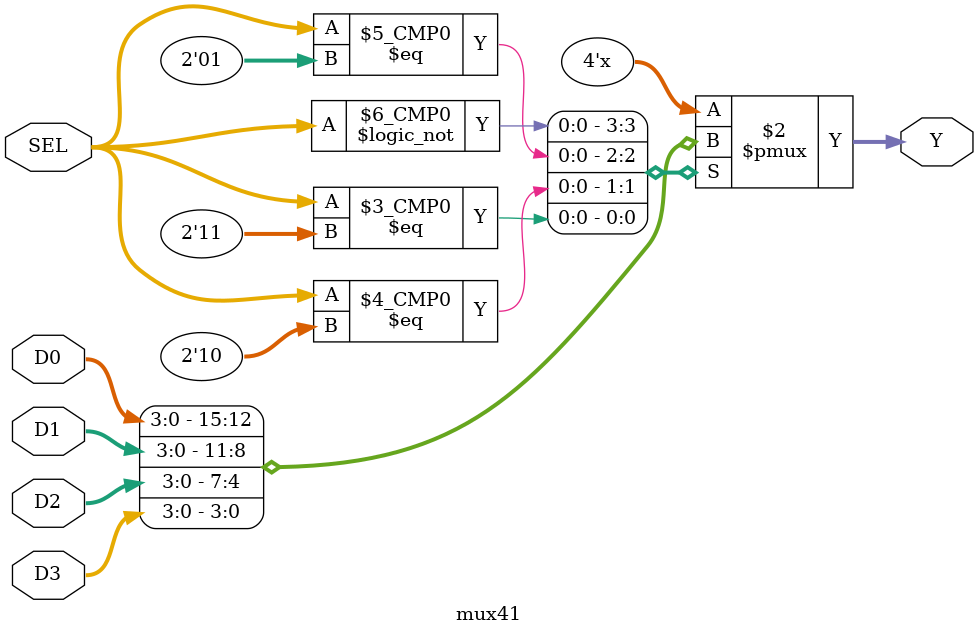
<source format=v>
`timescale 1ns / 1ps


module mux41(SEL, D0, D1, D2, D3, Y);
    parameter n = 4;
    input [1: 0] SEL;
    input [n - 1: 0] D0, D1, D2, D3;
    output reg [n - 1: 0] Y;
    
    always @(*) begin
        case(SEL)
            2'b00: Y = D0;
            2'b01: Y = D1;
            2'b10: Y = D2;
            2'b11: Y = D3;
        endcase
    end
endmodule

</source>
